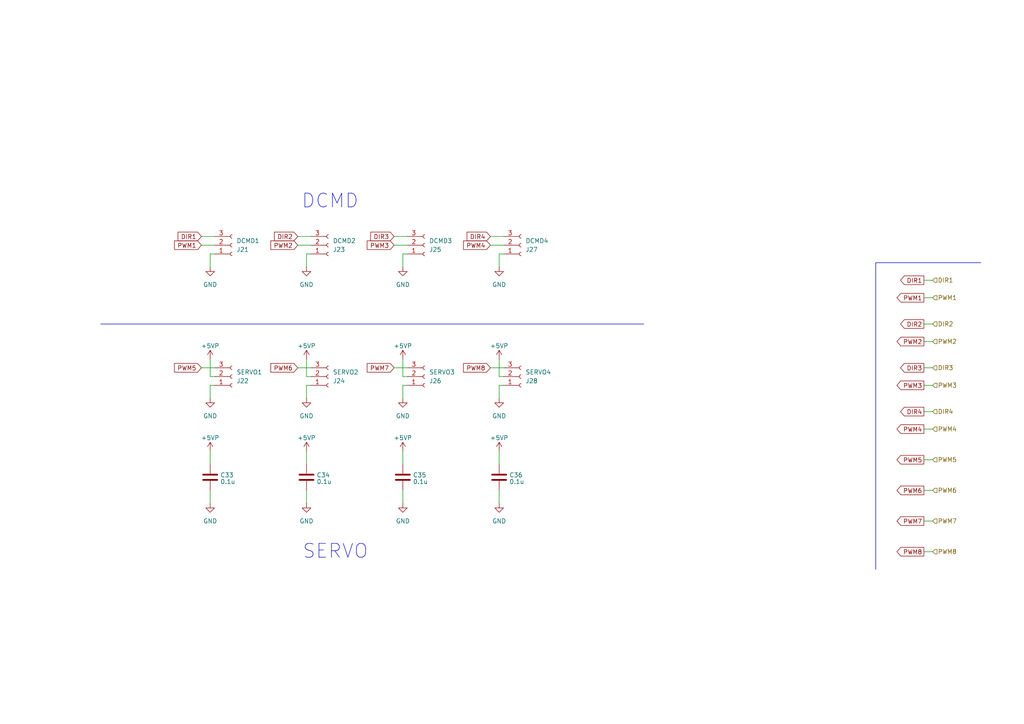
<source format=kicad_sch>
(kicad_sch (version 20250114) (generator "eeschema") (generator_version "9.0")
  (paper "A4")
  (lib_symbols
    (symbol "Connector:Conn_01x03_Socket" (pin_names (offset 1.016) (hide yes))
      (property "Reference" "J" (at 0 5.08 0))
      (property "Value" "Conn_01x03_Socket" (at 0 -5.08 0))
      (symbol "Conn_01x03_Socket_1_1"
        (polyline (pts (xy -1.27 2.54) (xy -0.508 2.54)) (stroke (width 0.1524)))
        (polyline (pts (xy -1.27 0) (xy -0.508 0)) (stroke (width 0.1524)))
        (polyline (pts (xy -1.27 -2.54) (xy -0.508 -2.54)) (stroke (width 0.1524)))
        (arc (start 0 2.032) (mid -0.5058 2.54) (end 0 3.048) (stroke (width 0.1524)))
        (arc (start 0 -0.508) (mid -0.5058 0) (end 0 0.508) (stroke (width 0.1524)))
        (arc (start 0 -3.048) (mid -0.5058 -2.54) (end 0 -2.032) (stroke (width 0.1524)))
        (pin passive line (at -5.08 2.54 0) (length 3.81) (name "Pin_1") (number "1"))
        (pin passive line (at -5.08 0 0) (length 3.81) (name "Pin_2") (number "2"))
        (pin passive line (at -5.08 -2.54 0) (length 3.81) (name "Pin_3") (number "3"))
      )
    )
    (symbol "Device:C" (pin_numbers (hide yes)) (pin_names (offset 0.254))
      (property "Reference" "C" (at 0.635 2.54 0))
      (property "Value" "C" (at 0.635 -2.54 0))
      (symbol "C_0_1"
        (polyline (pts (xy -2.032 0.762) (xy 2.032 0.762)) (stroke (width 0.508)))
        (polyline (pts (xy -2.032 -0.762) (xy 2.032 -0.762)) (stroke (width 0.508)))
      )
      (symbol "C_1_1"
        (pin passive line (at 0 3.81 270) (length 2.794) (name "~") (number "1"))
        (pin passive line (at 0 -3.81 90) (length 2.794) (name "~") (number "2"))
      )
    )
    (symbol "power:+5VP" (power) (pin_names (offset 0))
      (property "Value" "+5VP" (at 0 3.556 0))
      (symbol "+5VP_0_1"
        (polyline (pts (xy -0.762 1.27) (xy 0 2.54)))
        (polyline (pts (xy 0 2.54) (xy 0.762 1.27)))
        (polyline (pts (xy 0 0) (xy 0 2.54)))
      )
      (symbol "+5VP_1_1"
        (pin power_in line (at 0 0 90) (length 0) (hide yes) (name "+5VP") (number "1"))
      )
    )
    (symbol "power:GND" (power) (pin_numbers (hide yes)) (pin_names (offset 0) (hide yes))
      (property "Value" "GND" (at 0 -3.81 0))
      (symbol "GND_0_1"
        (polyline (pts (xy 0 0) (xy 0 -1.27) (xy 1.27 -1.27) (xy 0 -2.54) (xy -1.27 -1.27) (xy 0 -1.27)))
      )
      (symbol "GND_1_1"
        (pin power_in line (at 0 0 270) (length 0) (name "~") (number "1"))
      )
    )
  )
  (text "DCMD" (at 95.758 58.42 0) (effects (font (size 4 4))))
  (text "SERVO" (at 97.282 160.02 0) (effects (font (size 4 4))))
  (wire (pts (xy 88.9 77.47) (xy 88.9 73.66)))
  (wire (pts (xy 144.78 104.14) (xy 144.78 109.22)))
  (wire (pts (xy 270.51 111.76) (xy 267.97 111.76)))
  (wire (pts (xy 60.96 115.57) (xy 60.96 111.76)))
  (polyline (pts (xy 254 76.2) (xy 254 165.1)))
  (polyline (pts (xy 284.48 76.2) (xy 254 76.2)))
  (wire (pts (xy 60.96 77.47) (xy 60.96 73.66)))
  (wire (pts (xy 116.84 142.24) (xy 116.84 146.05)))
  (wire (pts (xy 270.51 81.28) (xy 267.97 81.28)))
  (wire (pts (xy 270.51 142.24) (xy 267.97 142.24)))
  (wire (pts (xy 144.78 130.81) (xy 144.78 134.62)))
  (wire (pts (xy 88.9 115.57) (xy 88.9 111.76)))
  (wire (pts (xy 116.84 104.14) (xy 116.84 109.22)))
  (wire (pts (xy 270.51 86.36) (xy 267.97 86.36)))
  (wire (pts (xy 88.9 73.66) (xy 90.17 73.66)))
  (wire (pts (xy 142.24 71.12) (xy 146.05 71.12)))
  (wire (pts (xy 88.9 104.14) (xy 88.9 109.22)))
  (wire (pts (xy 58.42 68.58) (xy 62.23 68.58)))
  (wire (pts (xy 60.96 130.81) (xy 60.96 134.62)))
  (wire (pts (xy 88.9 109.22) (xy 90.17 109.22)))
  (wire (pts (xy 86.36 106.68) (xy 90.17 106.68)))
  (wire (pts (xy 88.9 142.24) (xy 88.9 146.05)))
  (wire (pts (xy 142.24 68.58) (xy 146.05 68.58)))
  (wire (pts (xy 114.3 106.68) (xy 118.11 106.68)))
  (wire (pts (xy 144.78 142.24) (xy 144.78 146.05)))
  (wire (pts (xy 114.3 68.58) (xy 118.11 68.58)))
  (wire (pts (xy 58.42 71.12) (xy 62.23 71.12)))
  (wire (pts (xy 270.51 106.68) (xy 267.97 106.68)))
  (wire (pts (xy 116.84 77.47) (xy 116.84 73.66)))
  (wire (pts (xy 270.51 133.35) (xy 267.97 133.35)))
  (wire (pts (xy 86.36 68.58) (xy 90.17 68.58)))
  (wire (pts (xy 88.9 111.76) (xy 90.17 111.76)))
  (wire (pts (xy 114.3 71.12) (xy 118.11 71.12)))
  (wire (pts (xy 270.51 99.06) (xy 267.97 99.06)))
  (wire (pts (xy 144.78 111.76) (xy 146.05 111.76)))
  (wire (pts (xy 144.78 73.66) (xy 146.05 73.66)))
  (wire (pts (xy 270.51 151.13) (xy 267.97 151.13)))
  (wire (pts (xy 270.51 160.02) (xy 267.97 160.02)))
  (wire (pts (xy 60.96 73.66) (xy 62.23 73.66)))
  (wire (pts (xy 86.36 71.12) (xy 90.17 71.12)))
  (wire (pts (xy 270.51 124.46) (xy 267.97 124.46)))
  (wire (pts (xy 60.96 111.76) (xy 62.23 111.76)))
  (wire (pts (xy 270.51 93.98) (xy 267.97 93.98)))
  (wire (pts (xy 116.84 130.81) (xy 116.84 134.62)))
  (polyline (pts (xy 29.21 93.98) (xy 186.69 93.98)))
  (wire (pts (xy 144.78 109.22) (xy 146.05 109.22)))
  (wire (pts (xy 88.9 130.81) (xy 88.9 134.62)))
  (wire (pts (xy 142.24 106.68) (xy 146.05 106.68)))
  (wire (pts (xy 144.78 115.57) (xy 144.78 111.76)))
  (wire (pts (xy 60.96 104.14) (xy 60.96 109.22)))
  (wire (pts (xy 116.84 115.57) (xy 116.84 111.76)))
  (wire (pts (xy 270.51 119.38) (xy 267.97 119.38)))
  (wire (pts (xy 58.42 106.68) (xy 62.23 106.68)))
  (wire (pts (xy 144.78 77.47) (xy 144.78 73.66)))
  (wire (pts (xy 116.84 111.76) (xy 118.11 111.76)))
  (wire (pts (xy 116.84 109.22) (xy 118.11 109.22)))
  (wire (pts (xy 116.84 73.66) (xy 118.11 73.66)))
  (wire (pts (xy 60.96 142.24) (xy 60.96 146.05)))
  (wire (pts (xy 60.96 109.22) (xy 62.23 109.22)))
  (global_label "DIR4" (shape input) (at 142.24 68.58 180) (property "Intersheetrefs" "${INTERSHEET_REFS}" (effects (hide yes))))
  (global_label "PWM4" (shape output) (at 267.97 124.46 180) (property "Intersheetrefs" "${INTERSHEET_REFS}" (effects (hide yes))))
  (global_label "PWM3" (shape input) (at 114.3 71.12 180) (property "Intersheetrefs" "${INTERSHEET_REFS}" (effects (hide yes))))
  (global_label "PWM4" (shape input) (at 142.24 71.12 180) (property "Intersheetrefs" "${INTERSHEET_REFS}" (effects (hide yes))))
  (global_label "DIR4" (shape output) (at 267.97 119.38 180) (property "Intersheetrefs" "${INTERSHEET_REFS}" (effects (hide yes))))
  (global_label "DIR2" (shape input) (at 86.36 68.58 180) (property "Intersheetrefs" "${INTERSHEET_REFS}" (effects (hide yes))))
  (global_label "PWM8" (shape input) (at 142.24 106.68 180) (property "Intersheetrefs" "${INTERSHEET_REFS}" (effects (hide yes))))
  (global_label "PWM2" (shape input) (at 86.36 71.12 180) (property "Intersheetrefs" "${INTERSHEET_REFS}" (effects (hide yes))))
  (global_label "PWM6" (shape output) (at 267.97 142.24 180) (property "Intersheetrefs" "${INTERSHEET_REFS}" (effects (hide yes))))
  (global_label "PWM7" (shape input) (at 114.3 106.68 180) (property "Intersheetrefs" "${INTERSHEET_REFS}" (effects (hide yes))))
  (global_label "DIR2" (shape output) (at 267.97 93.98 180) (property "Intersheetrefs" "${INTERSHEET_REFS}" (effects (hide yes))))
  (global_label "PWM1" (shape output) (at 267.97 86.36 180) (property "Intersheetrefs" "${INTERSHEET_REFS}" (effects (hide yes))))
  (global_label "PWM7" (shape output) (at 267.97 151.13 180) (property "Intersheetrefs" "${INTERSHEET_REFS}" (effects (hide yes))))
  (global_label "PWM3" (shape output) (at 267.97 111.76 180) (property "Intersheetrefs" "${INTERSHEET_REFS}" (effects (hide yes))))
  (global_label "DIR3" (shape input) (at 114.3 68.58 180) (property "Intersheetrefs" "${INTERSHEET_REFS}" (effects (hide yes))))
  (global_label "PWM6" (shape input) (at 86.36 106.68 180) (property "Intersheetrefs" "${INTERSHEET_REFS}" (effects (hide yes))))
  (global_label "PWM1" (shape input) (at 58.42 71.12 180) (property "Intersheetrefs" "${INTERSHEET_REFS}" (effects (hide yes))))
  (global_label "PWM5" (shape output) (at 267.97 133.35 180) (property "Intersheetrefs" "${INTERSHEET_REFS}" (effects (hide yes))))
  (global_label "DIR1" (shape output) (at 267.97 81.28 180) (property "Intersheetrefs" "${INTERSHEET_REFS}" (effects (hide yes))))
  (global_label "DIR3" (shape output) (at 267.97 106.68 180) (property "Intersheetrefs" "${INTERSHEET_REFS}" (effects (hide yes))))
  (global_label "PWM2" (shape output) (at 267.97 99.06 180) (property "Intersheetrefs" "${INTERSHEET_REFS}" (effects (hide yes))))
  (global_label "PWM8" (shape output) (at 267.97 160.02 180) (property "Intersheetrefs" "${INTERSHEET_REFS}" (effects (hide yes))))
  (global_label "DIR1" (shape input) (at 58.42 68.58 180) (property "Intersheetrefs" "${INTERSHEET_REFS}" (effects (hide yes))))
  (global_label "PWM5" (shape input) (at 58.42 106.68 180) (property "Intersheetrefs" "${INTERSHEET_REFS}" (effects (hide yes))))
  (hierarchical_label "DIR2" (shape input) (at 270.51 93.98 0))
  (hierarchical_label "DIR4" (shape input) (at 270.51 119.38 0))
  (hierarchical_label "PWM7" (shape input) (at 270.51 151.13 0))
  (hierarchical_label "PWM2" (shape input) (at 270.51 99.06 0))
  (hierarchical_label "DIR3" (shape input) (at 270.51 106.68 0))
  (hierarchical_label "PWM1" (shape input) (at 270.51 86.36 0))
  (hierarchical_label "PWM5" (shape input) (at 270.51 133.35 0))
  (hierarchical_label "DIR1" (shape input) (at 270.51 81.28 0))
  (hierarchical_label "PWM8" (shape input) (at 270.51 160.02 0))
  (hierarchical_label "PWM4" (shape input) (at 270.51 124.46 0))
  (hierarchical_label "PWM6" (shape input) (at 270.51 142.24 0))
  (hierarchical_label "PWM3" (shape input) (at 270.51 111.76 0))
  (symbol (lib_id "power:GND") (at 88.9 146.05 0) (unit 1)
    (property "Reference" "#PWR0144" (effects (hide yes)))
    (property "Value" "GND" (at 88.9 151.13 0))
    (property "Description" "Power symbol creates a global label with name \"GND\" , ground" (effects (hide yes)))
  )
  (symbol (lib_id "Device:C") (at 88.9 138.43 0) (unit 1)
    (property "Reference" "C34" (at 91.821 137.7863 0) (effects (justify left)))
    (property "Value" "0.1u" (at 91.821 139.7073 0) (effects (justify left)))
    (property "Footprint" "Capacitor_SMD:C_0603_1608Metric_Pad1.08x0.95mm_HandSolder" (effects (hide yes)))
  )
  (symbol (lib_id "Connector:Conn_01x03_Socket") (at 67.31 71.12 0) (mirror x) (unit 1)
    (property "Reference" "J21" (at 68.58 72.3901 0) (effects (justify left)))
    (property "Value" "DCMD1" (at 68.58 69.8501 0) (effects (justify left)))
    (property "Footprint" "Connector_JST:JST_XH_B3B-XH-A_1x03_P2.50mm_Vertical" (effects (hide yes)))
    (property "Description" "Generic connector, single row, 01x03, script generated" (effects (hide yes)))
  )
  (symbol (lib_id "power:GND") (at 144.78 115.57 0) (unit 1)
    (property "Reference" "#PWR0152" (effects (hide yes)))
    (property "Value" "GND" (at 144.78 120.65 0))
  )
  (symbol (lib_id "power:GND") (at 116.84 146.05 0) (unit 1)
    (property "Reference" "#PWR0149" (effects (hide yes)))
    (property "Value" "GND" (at 116.84 151.13 0))
    (property "Description" "Power symbol creates a global label with name \"GND\" , ground" (effects (hide yes)))
  )
  (symbol (lib_id "power:GND") (at 144.78 77.47 0) (unit 1)
    (property "Reference" "#PWR0150" (effects (hide yes)))
    (property "Value" "GND" (at 144.78 82.55 0))
  )
  (symbol (lib_id "Connector:Conn_01x03_Socket") (at 123.19 71.12 0) (mirror x) (unit 1)
    (property "Reference" "J25" (at 124.46 72.3901 0) (effects (justify left)))
    (property "Value" "DCMD3" (at 124.46 69.8501 0) (effects (justify left)))
    (property "Footprint" "Connector_JST:JST_XH_B3B-XH-A_1x03_P2.50mm_Vertical" (effects (hide yes)))
    (property "Description" "Generic connector, single row, 01x03, script generated" (effects (hide yes)))
  )
  (symbol (lib_id "power:+5VP") (at 144.78 130.81 0) (unit 1)
    (property "Reference" "#PWR0153" (effects (hide yes)))
    (property "Value" "+5VP" (at 144.78 127 0))
  )
  (symbol (lib_id "Connector:Conn_01x03_Socket") (at 151.13 109.22 0) (mirror x) (unit 1)
    (property "Reference" "J28" (at 152.4 110.4901 0) (effects (justify left)))
    (property "Value" "SERVO4" (at 152.4 107.9501 0) (effects (justify left)))
    (property "Footprint" "Connector_JST:JST_XH_B3B-XH-A_1x03_P2.50mm_Vertical" (effects (hide yes)))
    (property "Description" "Generic connector, single row, 01x03, script generated" (effects (hide yes)))
  )
  (symbol (lib_id "power:+5VP") (at 88.9 104.14 0) (unit 1)
    (property "Reference" "#PWR0141" (effects (hide yes)))
    (property "Value" "+5VP" (at 88.9 100.33 0))
  )
  (symbol (lib_id "power:GND") (at 116.84 115.57 0) (unit 1)
    (property "Reference" "#PWR0147" (effects (hide yes)))
    (property "Value" "GND" (at 116.84 120.65 0))
  )
  (symbol (lib_id "Connector:Conn_01x03_Socket") (at 67.31 109.22 0) (mirror x) (unit 1)
    (property "Reference" "J22" (at 68.58 110.4901 0) (effects (justify left)))
    (property "Value" "SERVO1" (at 68.58 107.9501 0) (effects (justify left)))
    (property "Footprint" "Connector_JST:JST_XH_B3B-XH-A_1x03_P2.50mm_Vertical" (effects (hide yes)))
    (property "Description" "Generic connector, single row, 01x03, script generated" (effects (hide yes)))
  )
  (symbol (lib_id "power:GND") (at 116.84 77.47 0) (unit 1)
    (property "Reference" "#PWR0145" (effects (hide yes)))
    (property "Value" "GND" (at 116.84 82.55 0))
  )
  (symbol (lib_id "power:GND") (at 144.78 146.05 0) (unit 1)
    (property "Reference" "#PWR0154" (effects (hide yes)))
    (property "Value" "GND" (at 144.78 151.13 0))
    (property "Description" "Power symbol creates a global label with name \"GND\" , ground" (effects (hide yes)))
  )
  (symbol (lib_id "power:GND") (at 88.9 77.47 0) (unit 1)
    (property "Reference" "#PWR0140" (effects (hide yes)))
    (property "Value" "GND" (at 88.9 82.55 0))
  )
  (symbol (lib_id "Connector:Conn_01x03_Socket") (at 123.19 109.22 0) (mirror x) (unit 1)
    (property "Reference" "J26" (at 124.46 110.4901 0) (effects (justify left)))
    (property "Value" "SERVO3" (at 124.46 107.9501 0) (effects (justify left)))
    (property "Footprint" "Connector_JST:JST_XH_B3B-XH-A_1x03_P2.50mm_Vertical" (effects (hide yes)))
    (property "Description" "Generic connector, single row, 01x03, script generated" (effects (hide yes)))
  )
  (symbol (lib_id "Device:C") (at 144.78 138.43 0) (unit 1)
    (property "Reference" "C36" (at 147.701 137.7863 0) (effects (justify left)))
    (property "Value" "0.1u" (at 147.701 139.7073 0) (effects (justify left)))
    (property "Footprint" "Capacitor_SMD:C_0603_1608Metric_Pad1.08x0.95mm_HandSolder" (effects (hide yes)))
  )
  (symbol (lib_id "Connector:Conn_01x03_Socket") (at 95.25 71.12 0) (mirror x) (unit 1)
    (property "Reference" "J23" (at 96.52 72.3901 0) (effects (justify left)))
    (property "Value" "DCMD2" (at 96.52 69.8501 0) (effects (justify left)))
    (property "Footprint" "Connector_JST:JST_XH_B3B-XH-A_1x03_P2.50mm_Vertical" (effects (hide yes)))
    (property "Description" "Generic connector, single row, 01x03, script generated" (effects (hide yes)))
  )
  (symbol (lib_id "Connector:Conn_01x03_Socket") (at 151.13 71.12 0) (mirror x) (unit 1)
    (property "Reference" "J27" (at 152.4 72.3901 0) (effects (justify left)))
    (property "Value" "DCMD4" (at 152.4 69.8501 0) (effects (justify left)))
    (property "Footprint" "Connector_JST:JST_XH_B3B-XH-A_1x03_P2.50mm_Vertical" (effects (hide yes)))
    (property "Description" "Generic connector, single row, 01x03, script generated" (effects (hide yes)))
  )
  (symbol (lib_id "Device:C") (at 116.84 138.43 0) (unit 1)
    (property "Reference" "C35" (at 119.761 137.7863 0) (effects (justify left)))
    (property "Value" "0.1u" (at 119.761 139.7073 0) (effects (justify left)))
    (property "Footprint" "Capacitor_SMD:C_0603_1608Metric_Pad1.08x0.95mm_HandSolder" (effects (hide yes)))
  )
  (symbol (lib_id "power:+5VP") (at 144.78 104.14 0) (unit 1)
    (property "Reference" "#PWR0151" (effects (hide yes)))
    (property "Value" "+5VP" (at 144.78 100.33 0))
  )
  (symbol (lib_id "power:+5VP") (at 60.96 104.14 0) (unit 1)
    (property "Reference" "#PWR0136" (effects (hide yes)))
    (property "Value" "+5VP" (at 60.96 100.33 0))
  )
  (symbol (lib_id "power:GND") (at 60.96 115.57 0) (unit 1)
    (property "Reference" "#PWR0137" (effects (hide yes)))
    (property "Value" "GND" (at 60.96 120.65 0))
  )
  (symbol (lib_id "Connector:Conn_01x03_Socket") (at 95.25 109.22 0) (mirror x) (unit 1)
    (property "Reference" "J24" (at 96.52 110.4901 0) (effects (justify left)))
    (property "Value" "SERVO2" (at 96.52 107.9501 0) (effects (justify left)))
    (property "Footprint" "Connector_JST:JST_XH_B3B-XH-A_1x03_P2.50mm_Vertical" (effects (hide yes)))
    (property "Description" "Generic connector, single row, 01x03, script generated" (effects (hide yes)))
  )
  (symbol (lib_id "power:GND") (at 60.96 146.05 0) (unit 1)
    (property "Reference" "#PWR0139" (effects (hide yes)))
    (property "Value" "GND" (at 60.96 151.13 0))
    (property "Description" "Power symbol creates a global label with name \"GND\" , ground" (effects (hide yes)))
  )
  (symbol (lib_id "power:GND") (at 88.9 115.57 0) (unit 1)
    (property "Reference" "#PWR0142" (effects (hide yes)))
    (property "Value" "GND" (at 88.9 120.65 0))
  )
  (symbol (lib_id "Device:C") (at 60.96 138.43 0) (unit 1)
    (property "Reference" "C33" (at 63.881 137.7863 0) (effects (justify left)))
    (property "Value" "0.1u" (at 63.881 139.7073 0) (effects (justify left)))
    (property "Footprint" "Capacitor_SMD:C_0603_1608Metric_Pad1.08x0.95mm_HandSolder" (effects (hide yes)))
  )
  (symbol (lib_id "power:+5VP") (at 88.9 130.81 0) (unit 1)
    (property "Reference" "#PWR0143" (effects (hide yes)))
    (property "Value" "+5VP" (at 88.9 127 0))
  )
  (symbol (lib_id "power:+5VP") (at 116.84 130.81 0) (unit 1)
    (property "Reference" "#PWR0148" (effects (hide yes)))
    (property "Value" "+5VP" (at 116.84 127 0))
  )
  (symbol (lib_id "power:GND") (at 60.96 77.47 0) (unit 1)
    (property "Reference" "#PWR0135" (effects (hide yes)))
    (property "Value" "GND" (at 60.96 82.55 0))
  )
  (symbol (lib_id "power:+5VP") (at 116.84 104.14 0) (unit 1)
    (property "Reference" "#PWR0146" (effects (hide yes)))
    (property "Value" "+5VP" (at 116.84 100.33 0))
  )
  (symbol (lib_id "power:+5VP") (at 60.96 130.81 0) (unit 1)
    (property "Reference" "#PWR0138" (effects (hide yes)))
    (property "Value" "+5VP" (at 60.96 127 0))
  )
)
</source>
